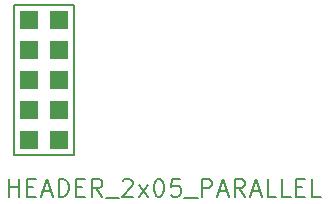
<source format=gbr>
%TF.GenerationSoftware,KiCad,Pcbnew,7.0.5.1-1-g8f565ef7f0-dirty-deb11*%
%TF.CreationDate,2023-07-10T01:49:32+00:00*%
%TF.ProjectId,GH4PIN01,47483450-494e-4303-912e-6b696361645f,rev?*%
%TF.SameCoordinates,Original*%
%TF.FileFunction,Legend,Top*%
%TF.FilePolarity,Positive*%
%FSLAX46Y46*%
G04 Gerber Fmt 4.6, Leading zero omitted, Abs format (unit mm)*
G04 Created by KiCad (PCBNEW 7.0.5.1-1-g8f565ef7f0-dirty-deb11) date 2023-07-10 01:49:32*
%MOMM*%
%LPD*%
G01*
G04 APERTURE LIST*
%ADD10C,0.150000*%
%ADD11R,1.524000X1.524000*%
G04 APERTURE END LIST*
D10*
%TO.C,J3*%
X-2693143Y5409872D02*
X-2693143Y6909872D01*
X-2693143Y6195586D02*
X-1836000Y6195586D01*
X-1836000Y5409872D02*
X-1836000Y6909872D01*
X-1121714Y6195586D02*
X-621714Y6195586D01*
X-407428Y5409872D02*
X-1121714Y5409872D01*
X-1121714Y5409872D02*
X-1121714Y6909872D01*
X-1121714Y6909872D02*
X-407428Y6909872D01*
X164001Y5838443D02*
X878287Y5838443D01*
X21144Y5409872D02*
X521144Y6909872D01*
X521144Y6909872D02*
X1021144Y5409872D01*
X1521143Y5409872D02*
X1521143Y6909872D01*
X1521143Y6909872D02*
X1878286Y6909872D01*
X1878286Y6909872D02*
X2092572Y6838443D01*
X2092572Y6838443D02*
X2235429Y6695586D01*
X2235429Y6695586D02*
X2306858Y6552729D01*
X2306858Y6552729D02*
X2378286Y6267015D01*
X2378286Y6267015D02*
X2378286Y6052729D01*
X2378286Y6052729D02*
X2306858Y5767015D01*
X2306858Y5767015D02*
X2235429Y5624158D01*
X2235429Y5624158D02*
X2092572Y5481300D01*
X2092572Y5481300D02*
X1878286Y5409872D01*
X1878286Y5409872D02*
X1521143Y5409872D01*
X3021143Y6195586D02*
X3521143Y6195586D01*
X3735429Y5409872D02*
X3021143Y5409872D01*
X3021143Y5409872D02*
X3021143Y6909872D01*
X3021143Y6909872D02*
X3735429Y6909872D01*
X5235429Y5409872D02*
X4735429Y6124158D01*
X4378286Y5409872D02*
X4378286Y6909872D01*
X4378286Y6909872D02*
X4949715Y6909872D01*
X4949715Y6909872D02*
X5092572Y6838443D01*
X5092572Y6838443D02*
X5164001Y6767015D01*
X5164001Y6767015D02*
X5235429Y6624158D01*
X5235429Y6624158D02*
X5235429Y6409872D01*
X5235429Y6409872D02*
X5164001Y6267015D01*
X5164001Y6267015D02*
X5092572Y6195586D01*
X5092572Y6195586D02*
X4949715Y6124158D01*
X4949715Y6124158D02*
X4378286Y6124158D01*
X5521144Y5267015D02*
X6664001Y5267015D01*
X6949715Y6767015D02*
X7021143Y6838443D01*
X7021143Y6838443D02*
X7164001Y6909872D01*
X7164001Y6909872D02*
X7521143Y6909872D01*
X7521143Y6909872D02*
X7664001Y6838443D01*
X7664001Y6838443D02*
X7735429Y6767015D01*
X7735429Y6767015D02*
X7806858Y6624158D01*
X7806858Y6624158D02*
X7806858Y6481300D01*
X7806858Y6481300D02*
X7735429Y6267015D01*
X7735429Y6267015D02*
X6878286Y5409872D01*
X6878286Y5409872D02*
X7806858Y5409872D01*
X8306857Y5409872D02*
X9092572Y6409872D01*
X8306857Y6409872D02*
X9092572Y5409872D01*
X9949715Y6909872D02*
X10092572Y6909872D01*
X10092572Y6909872D02*
X10235429Y6838443D01*
X10235429Y6838443D02*
X10306858Y6767015D01*
X10306858Y6767015D02*
X10378286Y6624158D01*
X10378286Y6624158D02*
X10449715Y6338443D01*
X10449715Y6338443D02*
X10449715Y5981300D01*
X10449715Y5981300D02*
X10378286Y5695586D01*
X10378286Y5695586D02*
X10306858Y5552729D01*
X10306858Y5552729D02*
X10235429Y5481300D01*
X10235429Y5481300D02*
X10092572Y5409872D01*
X10092572Y5409872D02*
X9949715Y5409872D01*
X9949715Y5409872D02*
X9806858Y5481300D01*
X9806858Y5481300D02*
X9735429Y5552729D01*
X9735429Y5552729D02*
X9664000Y5695586D01*
X9664000Y5695586D02*
X9592572Y5981300D01*
X9592572Y5981300D02*
X9592572Y6338443D01*
X9592572Y6338443D02*
X9664000Y6624158D01*
X9664000Y6624158D02*
X9735429Y6767015D01*
X9735429Y6767015D02*
X9806858Y6838443D01*
X9806858Y6838443D02*
X9949715Y6909872D01*
X11806857Y6909872D02*
X11092571Y6909872D01*
X11092571Y6909872D02*
X11021143Y6195586D01*
X11021143Y6195586D02*
X11092571Y6267015D01*
X11092571Y6267015D02*
X11235429Y6338443D01*
X11235429Y6338443D02*
X11592571Y6338443D01*
X11592571Y6338443D02*
X11735429Y6267015D01*
X11735429Y6267015D02*
X11806857Y6195586D01*
X11806857Y6195586D02*
X11878286Y6052729D01*
X11878286Y6052729D02*
X11878286Y5695586D01*
X11878286Y5695586D02*
X11806857Y5552729D01*
X11806857Y5552729D02*
X11735429Y5481300D01*
X11735429Y5481300D02*
X11592571Y5409872D01*
X11592571Y5409872D02*
X11235429Y5409872D01*
X11235429Y5409872D02*
X11092571Y5481300D01*
X11092571Y5481300D02*
X11021143Y5552729D01*
X12164000Y5267015D02*
X13306857Y5267015D01*
X13663999Y5409872D02*
X13663999Y6909872D01*
X13663999Y6909872D02*
X14235428Y6909872D01*
X14235428Y6909872D02*
X14378285Y6838443D01*
X14378285Y6838443D02*
X14449714Y6767015D01*
X14449714Y6767015D02*
X14521142Y6624158D01*
X14521142Y6624158D02*
X14521142Y6409872D01*
X14521142Y6409872D02*
X14449714Y6267015D01*
X14449714Y6267015D02*
X14378285Y6195586D01*
X14378285Y6195586D02*
X14235428Y6124158D01*
X14235428Y6124158D02*
X13663999Y6124158D01*
X15092571Y5838443D02*
X15806857Y5838443D01*
X14949714Y5409872D02*
X15449714Y6909872D01*
X15449714Y6909872D02*
X15949714Y5409872D01*
X17306856Y5409872D02*
X16806856Y6124158D01*
X16449713Y5409872D02*
X16449713Y6909872D01*
X16449713Y6909872D02*
X17021142Y6909872D01*
X17021142Y6909872D02*
X17163999Y6838443D01*
X17163999Y6838443D02*
X17235428Y6767015D01*
X17235428Y6767015D02*
X17306856Y6624158D01*
X17306856Y6624158D02*
X17306856Y6409872D01*
X17306856Y6409872D02*
X17235428Y6267015D01*
X17235428Y6267015D02*
X17163999Y6195586D01*
X17163999Y6195586D02*
X17021142Y6124158D01*
X17021142Y6124158D02*
X16449713Y6124158D01*
X17878285Y5838443D02*
X18592571Y5838443D01*
X17735428Y5409872D02*
X18235428Y6909872D01*
X18235428Y6909872D02*
X18735428Y5409872D01*
X19949713Y5409872D02*
X19235427Y5409872D01*
X19235427Y5409872D02*
X19235427Y6909872D01*
X21163999Y5409872D02*
X20449713Y5409872D01*
X20449713Y5409872D02*
X20449713Y6909872D01*
X21663999Y6195586D02*
X22163999Y6195586D01*
X22378285Y5409872D02*
X21663999Y5409872D01*
X21663999Y5409872D02*
X21663999Y6909872D01*
X21663999Y6909872D02*
X22378285Y6909872D01*
X23735428Y5409872D02*
X23021142Y5409872D01*
X23021142Y5409872D02*
X23021142Y6909872D01*
X-2286000Y21590000D02*
X2794000Y21590000D01*
X-2286000Y8890000D02*
X-2286000Y21590000D01*
X2794000Y21590000D02*
X2794000Y8890000D01*
X2794000Y8890000D02*
X-2286000Y8890000D01*
%TD*%
D11*
%TO.C,J3*%
X-1016000Y20320000D03*
X1524000Y20320000D03*
X-1016000Y17780000D03*
X1524000Y17780000D03*
X-1016000Y15240000D03*
X1524000Y15240000D03*
X-1016000Y12700000D03*
X1524000Y12700000D03*
X-1016000Y10160000D03*
X1524000Y10160000D03*
%TD*%
M02*

</source>
